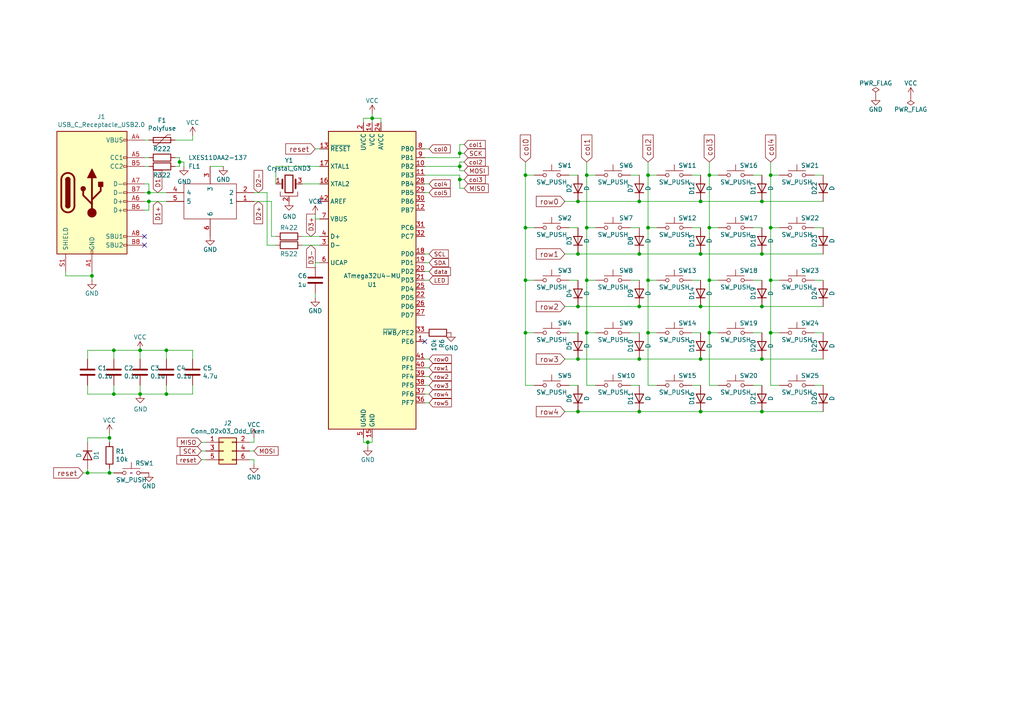
<source format=kicad_sch>
(kicad_sch (version 20211123) (generator eeschema)
  (paper "A4")
  (lib_symbols
    (symbol "Connector:USB_C_Receptacle_USB2.0" (pin_names (offset 1.016))
      (property "Reference" "J" (at -10.16 19.05 0))
      (property "Value" "USB_C_Receptacle_USB2.0" (at 19.05 19.05 0))
      (symbol "USB_C_Receptacle_USB2.0_0_0"
        (rectangle (start -0.254 -17.78) (end 0.254 -16.764))
        (rectangle (start 10.16 -14.986) (end 9.144 -15.494))
        (rectangle (start 10.16 -12.446) (end 9.144 -12.954))
        (rectangle (start 10.16 -4.826) (end 9.144 -5.334))
        (rectangle (start 10.16 -2.286) (end 9.144 -2.794))
        (rectangle (start 10.16 0.254) (end 9.144 -0.254))
        (rectangle (start 10.16 2.794) (end 9.144 2.286))
        (rectangle (start 10.16 7.874) (end 9.144 7.366))
        (rectangle (start 10.16 10.414) (end 9.144 9.906))
        (rectangle (start 10.16 15.494) (end 9.144 14.986))
      )
      (symbol "USB_C_Receptacle_USB2.0_0_1"
        (rectangle (start -10.16 17.78) (end 10.16 -17.78) (stroke (width 0.254)) (fill (type background)))
        (arc (start -8.89 -3.81) (mid -6.985 -5.715) (end -5.08 -3.81) (stroke (width 0.508)))
        (arc (start -7.62 -3.81) (mid -6.985 -4.445) (end -6.35 -3.81) (stroke (width 0.254)))
        (arc (start -7.62 -3.81) (mid -6.985 -4.445) (end -6.35 -3.81) (stroke (width 0.254)) (fill (type outline)))
        (rectangle (start -7.62 -3.81) (end -6.35 3.81) (stroke (width 0.254)) (fill (type outline)))
        (arc (start -6.35 3.81) (mid -6.985 4.445) (end -7.62 3.81) (stroke (width 0.254)))
        (arc (start -6.35 3.81) (mid -6.985 4.445) (end -7.62 3.81) (stroke (width 0.254)) (fill (type outline)))
        (arc (start -5.08 3.81) (mid -6.985 5.715) (end -8.89 3.81) (stroke (width 0.508)))
        (circle (center -2.54 1.143) (radius 0.635) (stroke (width 0.254)) (fill (type outline)))
        (circle (center 0 -5.842) (radius 1.27) (fill (type outline)))
        (polyline (pts (xy -8.89 -3.81) (xy -8.89 3.81)) (stroke (width 0.508)))
        (polyline (pts (xy -5.08 3.81) (xy -5.08 -3.81)) (stroke (width 0.508)))
        (polyline (pts (xy 0 -5.842) (xy 0 4.318)) (stroke (width 0.508)))
        (polyline (pts (xy 0 -3.302) (xy -2.54 -0.762) (xy -2.54 0.508)) (stroke (width 0.508)))
        (polyline (pts (xy 0 -2.032) (xy 2.54 0.508) (xy 2.54 1.778)) (stroke (width 0.508)))
        (polyline (pts (xy -1.27 4.318) (xy 0 6.858) (xy 1.27 4.318) (xy -1.27 4.318)) (stroke (width 0.254)) (fill (type outline)))
        (rectangle (start 1.905 1.778) (end 3.175 3.048) (stroke (width 0.254)) (fill (type outline)))
      )
      (symbol "USB_C_Receptacle_USB2.0_1_1"
        (pin passive line (at 0 -22.86 90) (length 5.08) (name "GND") (number "A1"))
        (pin passive line (at 0 -22.86 90) (length 5.08) hide (name "GND") (number "A12"))
        (pin passive line (at 15.24 15.24 180) (length 5.08) (name "VBUS") (number "A4"))
        (pin bidirectional line (at 15.24 10.16 180) (length 5.08) (name "CC1") (number "A5"))
        (pin bidirectional line (at 15.24 -2.54 180) (length 5.08) (name "D+") (number "A6"))
        (pin bidirectional line (at 15.24 2.54 180) (length 5.08) (name "D-") (number "A7"))
        (pin bidirectional line (at 15.24 -12.7 180) (length 5.08) (name "SBU1") (number "A8"))
        (pin passive line (at 15.24 15.24 180) (length 5.08) hide (name "VBUS") (number "A9"))
        (pin passive line (at 0 -22.86 90) (length 5.08) hide (name "GND") (number "B1"))
        (pin passive line (at 0 -22.86 90) (length 5.08) hide (name "GND") (number "B12"))
        (pin passive line (at 15.24 15.24 180) (length 5.08) hide (name "VBUS") (number "B4"))
        (pin bidirectional line (at 15.24 7.62 180) (length 5.08) (name "CC2") (number "B5"))
        (pin bidirectional line (at 15.24 -5.08 180) (length 5.08) (name "D+") (number "B6"))
        (pin bidirectional line (at 15.24 0 180) (length 5.08) (name "D-") (number "B7"))
        (pin bidirectional line (at 15.24 -15.24 180) (length 5.08) (name "SBU2") (number "B8"))
        (pin passive line (at 15.24 15.24 180) (length 5.08) hide (name "VBUS") (number "B9"))
        (pin passive line (at -7.62 -22.86 90) (length 5.08) (name "SHIELD") (number "S1"))
      )
    )
    (symbol "Connector_Generic:Conn_02x03_Odd_Even" (pin_names (offset 1.016) hide)
      (property "Reference" "J" (at 1.27 5.08 0))
      (property "Value" "Conn_02x03_Odd_Even" (at 1.27 -5.08 0))
      (symbol "Conn_02x03_Odd_Even_1_1"
        (rectangle (start -1.27 -2.413) (end 0 -2.667) (stroke (width 0.1524)))
        (rectangle (start -1.27 0.127) (end 0 -0.127) (stroke (width 0.1524)))
        (rectangle (start -1.27 2.667) (end 0 2.413) (stroke (width 0.1524)))
        (rectangle (start -1.27 3.81) (end 3.81 -3.81) (stroke (width 0.254)) (fill (type background)))
        (rectangle (start 3.81 -2.413) (end 2.54 -2.667) (stroke (width 0.1524)))
        (rectangle (start 3.81 0.127) (end 2.54 -0.127) (stroke (width 0.1524)))
        (rectangle (start 3.81 2.667) (end 2.54 2.413) (stroke (width 0.1524)))
        (pin passive line (at -5.08 2.54 0) (length 3.81) (name "Pin_1") (number "1"))
        (pin passive line (at 7.62 2.54 180) (length 3.81) (name "Pin_2") (number "2"))
        (pin passive line (at -5.08 0 0) (length 3.81) (name "Pin_3") (number "3"))
        (pin passive line (at 7.62 0 180) (length 3.81) (name "Pin_4") (number "4"))
        (pin passive line (at -5.08 -2.54 0) (length 3.81) (name "Pin_5") (number "5"))
        (pin passive line (at 7.62 -2.54 180) (length 3.81) (name "Pin_6") (number "6"))
      )
    )
    (symbol "Device:C" (pin_numbers hide) (pin_names (offset 0.254))
      (property "Reference" "C" (at 0.635 2.54 0))
      (property "Value" "C" (at 0.635 -2.54 0))
      (symbol "C_0_1"
        (polyline (pts (xy -2.032 -0.762) (xy 2.032 -0.762)) (stroke (width 0.508)))
        (polyline (pts (xy -2.032 0.762) (xy 2.032 0.762)) (stroke (width 0.508)))
      )
      (symbol "C_1_1"
        (pin passive line (at 0 3.81 270) (length 2.794) (name "~") (number "1"))
        (pin passive line (at 0 -3.81 90) (length 2.794) (name "~") (number "2"))
      )
    )
    (symbol "Device:Crystal_GND2" (pin_names (offset 1.016) hide)
      (property "Reference" "Y" (at 0 5.715 0))
      (property "Value" "Crystal_GND2" (at 0 3.81 0))
      (symbol "Crystal_GND2_0_1"
        (rectangle (start -1.143 2.54) (end 1.143 -2.54) (stroke (width 0.3048)))
        (polyline (pts (xy -2.54 0) (xy -1.905 0)))
        (polyline (pts (xy -1.905 -1.27) (xy -1.905 1.27)) (stroke (width 0.508)))
        (polyline (pts (xy 0 -3.81) (xy 0 -3.556)))
        (polyline (pts (xy 1.905 0) (xy 2.54 0)))
        (polyline (pts (xy 1.905 1.27) (xy 1.905 -1.27)) (stroke (width 0.508)))
        (polyline (pts (xy -2.54 -2.286) (xy -2.54 -3.556) (xy 2.54 -3.556) (xy 2.54 -2.286)))
      )
      (symbol "Crystal_GND2_1_1"
        (pin passive line (at -3.81 0 0) (length 1.27) (name "1") (number "1"))
        (pin passive line (at 0 -5.08 90) (length 1.27) (name "2") (number "2"))
        (pin passive line (at 3.81 0 180) (length 1.27) (name "3") (number "3"))
      )
    )
    (symbol "Device:D" (pin_numbers hide) (pin_names (offset 1.016) hide)
      (property "Reference" "D" (at 0 2.54 0))
      (property "Value" "D" (at 0 -2.54 0))
      (symbol "D_0_1"
        (polyline (pts (xy -1.27 1.27) (xy -1.27 -1.27)) (stroke (width 0.254)))
        (polyline (pts (xy 1.27 0) (xy -1.27 0)))
        (polyline (pts (xy 1.27 1.27) (xy 1.27 -1.27) (xy -1.27 0) (xy 1.27 1.27)) (stroke (width 0.254)))
      )
      (symbol "D_1_1"
        (pin passive line (at -3.81 0 0) (length 2.54) (name "K") (number "1"))
        (pin passive line (at 3.81 0 180) (length 2.54) (name "A") (number "2"))
      )
    )
    (symbol "Device:Polyfuse" (pin_numbers hide) (pin_names (offset 0))
      (property "Reference" "F" (at -2.54 0 90))
      (property "Value" "Polyfuse" (at 2.54 0 90))
      (symbol "Polyfuse_0_1"
        (rectangle (start -0.762 2.54) (end 0.762 -2.54) (stroke (width 0.254)))
        (polyline (pts (xy 0 2.54) (xy 0 -2.54)))
        (polyline (pts (xy -1.524 2.54) (xy -1.524 1.524) (xy 1.524 -1.524) (xy 1.524 -2.54)))
      )
      (symbol "Polyfuse_1_1"
        (pin passive line (at 0 3.81 270) (length 1.27) (name "~") (number "1"))
        (pin passive line (at 0 -3.81 90) (length 1.27) (name "~") (number "2"))
      )
    )
    (symbol "Device:R" (pin_numbers hide) (pin_names (offset 0))
      (property "Reference" "R" (at 2.032 0 90))
      (property "Value" "R" (at 0 0 90))
      (symbol "R_0_1"
        (rectangle (start -1.016 -2.54) (end 1.016 2.54) (stroke (width 0.254)))
      )
      (symbol "R_1_1"
        (pin passive line (at 0 3.81 270) (length 1.27) (name "~") (number "1"))
        (pin passive line (at 0 -3.81 90) (length 1.27) (name "~") (number "2"))
      )
    )
    (symbol "Switch:SW_Push" (pin_numbers hide) (pin_names (offset 1.016) hide)
      (property "Reference" "SW" (at 1.27 2.54 0))
      (property "Value" "SW_Push" (at 0 -1.524 0))
      (symbol "SW_Push_0_1"
        (circle (center -2.032 0) (radius 0.508))
        (polyline (pts (xy 0 1.27) (xy 0 3.048)))
        (polyline (pts (xy 2.54 1.27) (xy -2.54 1.27)))
        (circle (center 2.032 0) (radius 0.508))
        (pin passive line (at -5.08 0 0) (length 2.54) (name "1") (number "1"))
        (pin passive line (at 5.08 0 180) (length 2.54) (name "2") (number "2"))
      )
    )
    (symbol "deci-rescue:ATmega32U4RC-AU-MCU_Microchip_ATmega"
      (property "Reference" "U" (at -12.7 44.45 0))
      (property "Value" "ATmega32U4RC-AU-MCU_Microchip_ATmega" (at 2.54 -44.45 0))
      (symbol "ATmega32U4RC-AU-MCU_Microchip_ATmega_0_1"
        (rectangle (start -12.7 -43.18) (end 12.7 43.18) (stroke (width 0.254)) (fill (type background)))
      )
      (symbol "ATmega32U4RC-AU-MCU_Microchip_ATmega_1_1"
        (pin bidirectional line (at 15.24 -17.78 180) (length 2.54) (name "PE6") (number "1"))
        (pin bidirectional line (at 15.24 33.02 180) (length 2.54) (name "PB2") (number "10"))
        (pin bidirectional line (at 15.24 30.48 180) (length 2.54) (name "PB3") (number "11"))
        (pin bidirectional line (at 15.24 20.32 180) (length 2.54) (name "PB7") (number "12"))
        (pin input line (at -15.24 38.1 0) (length 2.54) (name "~{RESET}") (number "13"))
        (pin power_in line (at 0 45.72 270) (length 2.54) (name "VCC") (number "14"))
        (pin power_in line (at 0 -45.72 90) (length 2.54) (name "GND") (number "15"))
        (pin output line (at -15.24 27.94 0) (length 2.54) (name "XTAL2") (number "16"))
        (pin input line (at -15.24 33.02 0) (length 2.54) (name "XTAL1") (number "17"))
        (pin bidirectional line (at 15.24 7.62 180) (length 2.54) (name "PD0") (number "18"))
        (pin bidirectional line (at 15.24 5.08 180) (length 2.54) (name "PD1") (number "19"))
        (pin power_in line (at -2.54 45.72 270) (length 2.54) (name "UVCC") (number "2"))
        (pin bidirectional line (at 15.24 2.54 180) (length 2.54) (name "PD2") (number "20"))
        (pin bidirectional line (at 15.24 0 180) (length 2.54) (name "PD3") (number "21"))
        (pin bidirectional line (at 15.24 -5.08 180) (length 2.54) (name "PD5") (number "22"))
        (pin passive line (at 0 -45.72 90) (length 2.54) hide (name "GND") (number "23"))
        (pin power_in line (at 2.54 45.72 270) (length 2.54) (name "AVCC") (number "24"))
        (pin bidirectional line (at 15.24 -2.54 180) (length 2.54) (name "PD4") (number "25"))
        (pin bidirectional line (at 15.24 -7.62 180) (length 2.54) (name "PD6") (number "26"))
        (pin bidirectional line (at 15.24 -10.16 180) (length 2.54) (name "PD7") (number "27"))
        (pin bidirectional line (at 15.24 27.94 180) (length 2.54) (name "PB4") (number "28"))
        (pin bidirectional line (at 15.24 25.4 180) (length 2.54) (name "PB5") (number "29"))
        (pin bidirectional line (at -15.24 10.16 0) (length 2.54) (name "D-") (number "3"))
        (pin bidirectional line (at 15.24 22.86 180) (length 2.54) (name "PB6") (number "30"))
        (pin bidirectional line (at 15.24 15.24 180) (length 2.54) (name "PC6") (number "31"))
        (pin bidirectional line (at 15.24 12.7 180) (length 2.54) (name "PC7") (number "32"))
        (pin bidirectional line (at 15.24 -15.24 180) (length 2.54) (name "~{HWB}/PE2") (number "33"))
        (pin passive line (at 0 45.72 270) (length 2.54) hide (name "VCC") (number "34"))
        (pin passive line (at 0 -45.72 90) (length 2.54) hide (name "GND") (number "35"))
        (pin bidirectional line (at 15.24 -35.56 180) (length 2.54) (name "PF7") (number "36"))
        (pin bidirectional line (at 15.24 -33.02 180) (length 2.54) (name "PF6") (number "37"))
        (pin bidirectional line (at 15.24 -30.48 180) (length 2.54) (name "PF5") (number "38"))
        (pin bidirectional line (at 15.24 -27.94 180) (length 2.54) (name "PF4") (number "39"))
        (pin bidirectional line (at -15.24 12.7 0) (length 2.54) (name "D+") (number "4"))
        (pin bidirectional line (at 15.24 -25.4 180) (length 2.54) (name "PF1") (number "40"))
        (pin bidirectional line (at 15.24 -22.86 180) (length 2.54) (name "PF0") (number "41"))
        (pin passive line (at -15.24 22.86 0) (length 2.54) (name "AREF") (number "42"))
        (pin passive line (at 0 -45.72 90) (length 2.54) hide (name "GND") (number "43"))
        (pin passive line (at 2.54 45.72 270) (length 2.54) hide (name "AVCC") (number "44"))
        (pin passive line (at -2.54 -45.72 90) (length 2.54) (name "UGND") (number "5"))
        (pin passive line (at -15.24 5.08 0) (length 2.54) (name "UCAP") (number "6"))
        (pin input line (at -15.24 17.78 0) (length 2.54) (name "VBUS") (number "7"))
        (pin bidirectional line (at 15.24 38.1 180) (length 2.54) (name "PB0") (number "8"))
        (pin bidirectional line (at 15.24 35.56 180) (length 2.54) (name "PB1") (number "9"))
      )
    )
    (symbol "deci-rescue:LXES11DAA2-137-SAMACSYS" (pin_names (offset 0.762))
      (property "Reference" "FL" (at 16.51 12.7 0))
      (property "Value" "LXES11DAA2-137-SAMACSYS" (at 16.51 10.16 0))
      (symbol "LXES11DAA2-137-SAMACSYS_0_0"
        (pin passive line (at 10.16 12.7 270) (length 5.08) (name "1") (number "1"))
        (pin passive line (at 7.62 12.7 270) (length 5.08) (name "2") (number "2"))
        (pin passive line (at 0 0 0) (length 5.08) (name "3") (number "3"))
        (pin passive line (at 7.62 -12.7 90) (length 5.08) (name "4") (number "4"))
        (pin passive line (at 10.16 -12.7 90) (length 5.08) (name "5") (number "5"))
        (pin passive line (at 20.32 0 180) (length 5.08) (name "6") (number "6"))
      )
      (symbol "LXES11DAA2-137-SAMACSYS_0_1"
        (polyline (pts (xy 5.08 7.62) (xy 15.24 7.62) (xy 15.24 -7.62) (xy 5.08 -7.62) (xy 5.08 7.62)) (stroke (width 0.1524)))
      )
    )
    (symbol "power:GND" (power) (pin_names (offset 0))
      (property "Value" "GND" (at 0 -3.81 0))
      (symbol "GND_0_1"
        (polyline (pts (xy 0 0) (xy 0 -1.27) (xy 1.27 -1.27) (xy 0 -2.54) (xy -1.27 -1.27) (xy 0 -1.27)))
      )
      (symbol "GND_1_1"
        (pin power_in line (at 0 0 270) (length 0) hide (name "GND") (number "1"))
      )
    )
    (symbol "power:PWR_FLAG" (power) (pin_numbers hide) (pin_names (offset 0) hide)
      (property "Value" "PWR_FLAG" (at 0 3.81 0))
      (symbol "PWR_FLAG_0_0"
        (pin power_out line (at 0 0 90) (length 0) (name "pwr") (number "1"))
      )
      (symbol "PWR_FLAG_0_1"
        (polyline (pts (xy 0 0) (xy 0 1.27) (xy -1.016 1.905) (xy 0 2.54) (xy 1.016 1.905) (xy 0 1.27)))
      )
    )
    (symbol "power:VCC" (power) (pin_names (offset 0))
      (property "Value" "VCC" (at 0 3.81 0))
      (symbol "VCC_0_1"
        (polyline (pts (xy -0.762 1.27) (xy 0 2.54)))
        (polyline (pts (xy 0 0) (xy 0 2.54)))
        (polyline (pts (xy 0 2.54) (xy 0.762 1.27)))
      )
      (symbol "VCC_1_1"
        (pin power_in line (at 0 0 90) (length 0) hide (name "VCC") (number "1"))
      )
    )
  )
  (junction (at 185.42 88.9))
  (junction (at 152.4 66.04))
  (junction (at 220.98 104.14))
  (junction (at 187.96 96.52))
  (junction (at 31.75 137.16))
  (junction (at 203.2 73.66))
  (junction (at 107.95 34.29))
  (junction (at 220.98 58.42))
  (junction (at 170.18 66.04))
  (junction (at 133.35 52.07))
  (junction (at 185.42 73.66))
  (junction (at 223.52 81.28))
  (junction (at 40.64 114.3))
  (junction (at 33.02 101.6))
  (junction (at 43.18 55.88))
  (junction (at 187.96 66.04))
  (junction (at 185.42 104.14))
  (junction (at 33.02 114.3))
  (junction (at 52.07 46.99))
  (junction (at 185.42 119.38))
  (junction (at 220.98 88.9))
  (junction (at 205.74 50.8))
  (junction (at 205.74 81.28))
  (junction (at 167.64 58.42))
  (junction (at 167.64 88.9))
  (junction (at 152.4 50.8))
  (junction (at 152.4 96.52))
  (junction (at 223.52 50.8))
  (junction (at 48.26 101.6))
  (junction (at 220.98 119.38))
  (junction (at 43.18 58.42))
  (junction (at 133.35 44.45))
  (junction (at 106.68 128.27))
  (junction (at 133.35 48.26))
  (junction (at 187.96 81.28))
  (junction (at 205.74 66.04))
  (junction (at 31.75 127))
  (junction (at 203.2 58.42))
  (junction (at 205.74 96.52))
  (junction (at 170.18 81.28))
  (junction (at 167.64 73.66))
  (junction (at 203.2 104.14))
  (junction (at 40.64 101.6))
  (junction (at 26.67 80.01))
  (junction (at 203.2 88.9))
  (junction (at 223.52 96.52))
  (junction (at 185.42 58.42))
  (junction (at 48.26 114.3))
  (junction (at 187.96 50.8))
  (junction (at 152.4 81.28))
  (junction (at 223.52 66.04))
  (junction (at 25.4 137.16))
  (junction (at 203.2 119.38))
  (junction (at 167.64 104.14))
  (junction (at 170.18 50.8))
  (junction (at 170.18 96.52))
  (junction (at 220.98 73.66))
  (junction (at 167.64 119.38))
  (no_connect (at 41.91 68.58))
  (no_connect (at 41.91 71.12))
  (no_connect (at 92.71 58.42))
  (no_connect (at 123.19 99.06))
  (wire (pts (xy 19.05 80.01) (xy 26.67 80.01)))
  (wire (pts (xy 208.28 66.04) (xy 205.74 66.04)))
  (wire (pts (xy 172.72 96.52) (xy 170.18 96.52)))
  (wire (pts (xy 182.88 111.76) (xy 185.42 111.76)))
  (wire (pts (xy 31.75 127) (xy 31.75 125.73)))
  (wire (pts (xy 220.98 88.9) (xy 238.76 88.9)))
  (wire (pts (xy 218.44 66.04) (xy 220.98 66.04)))
  (wire (pts (xy 165.1 81.28) (xy 167.64 81.28)))
  (wire (pts (xy 40.64 111.76) (xy 40.64 114.3)))
  (wire (pts (xy 43.18 58.42) (xy 41.91 58.42)))
  (wire (pts (xy 220.98 73.66) (xy 238.76 73.66)))
  (wire (pts (xy 218.44 96.52) (xy 220.98 96.52)))
  (wire (pts (xy 80.01 48.26) (xy 92.71 48.26)))
  (wire (pts (xy 190.5 96.52) (xy 187.96 96.52)))
  (wire (pts (xy 170.18 81.28) (xy 172.72 81.28)))
  (wire (pts (xy 182.88 96.52) (xy 185.42 96.52)))
  (wire (pts (xy 133.35 49.53) (xy 134.62 49.53)))
  (wire (pts (xy 203.2 73.66) (xy 220.98 73.66)))
  (wire (pts (xy 123.19 114.3) (xy 124.46 114.3)))
  (wire (pts (xy 107.95 34.29) (xy 107.95 35.56)))
  (wire (pts (xy 78.74 58.42) (xy 78.74 68.58)))
  (wire (pts (xy 203.2 104.14) (xy 220.98 104.14)))
  (wire (pts (xy 205.74 50.8) (xy 205.74 66.04)))
  (wire (pts (xy 167.64 73.66) (xy 185.42 73.66)))
  (wire (pts (xy 123.19 43.18) (xy 124.46 43.18)))
  (wire (pts (xy 167.64 104.14) (xy 185.42 104.14)))
  (wire (pts (xy 185.42 119.38) (xy 203.2 119.38)))
  (wire (pts (xy 55.88 111.76) (xy 55.88 114.3)))
  (wire (pts (xy 154.94 66.04) (xy 152.4 66.04)))
  (wire (pts (xy 123.19 50.8) (xy 133.35 50.8)))
  (wire (pts (xy 25.4 127) (xy 31.75 127)))
  (wire (pts (xy 133.35 48.26) (xy 133.35 49.53)))
  (wire (pts (xy 19.05 78.74) (xy 19.05 80.01)))
  (wire (pts (xy 185.42 88.9) (xy 203.2 88.9)))
  (wire (pts (xy 123.19 73.66) (xy 124.46 73.66)))
  (wire (pts (xy 223.52 111.76) (xy 226.06 111.76)))
  (wire (pts (xy 72.39 128.27) (xy 73.66 128.27)))
  (wire (pts (xy 205.74 81.28) (xy 208.28 81.28)))
  (wire (pts (xy 91.44 43.18) (xy 92.71 43.18)))
  (wire (pts (xy 87.63 53.34) (xy 92.71 53.34)))
  (wire (pts (xy 170.18 50.8) (xy 172.72 50.8)))
  (wire (pts (xy 163.83 58.42) (xy 167.64 58.42)))
  (wire (pts (xy 25.4 104.14) (xy 25.4 101.6)))
  (wire (pts (xy 236.22 50.8) (xy 238.76 50.8)))
  (wire (pts (xy 91.44 85.09) (xy 91.44 86.36)))
  (wire (pts (xy 52.07 45.72) (xy 52.07 46.99)))
  (wire (pts (xy 33.02 104.14) (xy 33.02 101.6)))
  (wire (pts (xy 220.98 119.38) (xy 238.76 119.38)))
  (wire (pts (xy 91.44 63.5) (xy 92.71 63.5)))
  (wire (pts (xy 33.02 114.3) (xy 40.64 114.3)))
  (wire (pts (xy 170.18 111.76) (xy 172.72 111.76)))
  (wire (pts (xy 26.67 80.01) (xy 26.67 81.28)))
  (wire (pts (xy 48.26 101.6) (xy 48.26 104.14)))
  (wire (pts (xy 170.18 46.99) (xy 170.18 50.8)))
  (wire (pts (xy 123.19 104.14) (xy 124.46 104.14)))
  (wire (pts (xy 187.96 111.76) (xy 190.5 111.76)))
  (wire (pts (xy 203.2 66.04) (xy 200.66 66.04)))
  (wire (pts (xy 52.07 46.99) (xy 53.34 46.99)))
  (wire (pts (xy 205.74 50.8) (xy 208.28 50.8)))
  (wire (pts (xy 218.44 81.28) (xy 220.98 81.28)))
  (wire (pts (xy 73.66 55.88) (xy 77.47 55.88)))
  (wire (pts (xy 43.18 53.34) (xy 43.18 55.88)))
  (wire (pts (xy 203.2 88.9) (xy 220.98 88.9)))
  (wire (pts (xy 200.66 50.8) (xy 203.2 50.8)))
  (wire (pts (xy 165.1 96.52) (xy 167.64 96.52)))
  (wire (pts (xy 236.22 81.28) (xy 238.76 81.28)))
  (wire (pts (xy 124.46 111.76) (xy 123.19 111.76)))
  (wire (pts (xy 123.19 48.26) (xy 133.35 48.26)))
  (wire (pts (xy 203.2 96.52) (xy 200.66 96.52)))
  (wire (pts (xy 236.22 66.04) (xy 238.76 66.04)))
  (wire (pts (xy 185.42 104.14) (xy 203.2 104.14)))
  (wire (pts (xy 41.91 53.34) (xy 43.18 53.34)))
  (wire (pts (xy 55.88 101.6) (xy 48.26 101.6)))
  (wire (pts (xy 187.96 50.8) (xy 187.96 66.04)))
  (wire (pts (xy 48.26 111.76) (xy 48.26 114.3)))
  (wire (pts (xy 91.44 63.5) (xy 91.44 62.23)))
  (wire (pts (xy 52.07 46.99) (xy 52.07 48.26)))
  (wire (pts (xy 133.35 50.8) (xy 133.35 52.07)))
  (wire (pts (xy 172.72 66.04) (xy 170.18 66.04)))
  (wire (pts (xy 105.41 34.29) (xy 107.95 34.29)))
  (wire (pts (xy 205.74 96.52) (xy 205.74 111.76)))
  (wire (pts (xy 25.4 137.16) (xy 31.75 137.16)))
  (wire (pts (xy 55.88 101.6) (xy 55.88 104.14)))
  (wire (pts (xy 123.19 45.72) (xy 133.35 45.72)))
  (wire (pts (xy 123.19 76.2) (xy 124.46 76.2)))
  (wire (pts (xy 105.41 128.27) (xy 106.68 128.27)))
  (wire (pts (xy 123.19 55.88) (xy 124.46 55.88)))
  (wire (pts (xy 167.64 58.42) (xy 185.42 58.42)))
  (wire (pts (xy 134.62 46.99) (xy 133.35 46.99)))
  (wire (pts (xy 208.28 96.52) (xy 205.74 96.52)))
  (wire (pts (xy 165.1 66.04) (xy 167.64 66.04)))
  (wire (pts (xy 41.91 40.64) (xy 43.18 40.64)))
  (wire (pts (xy 167.64 111.76) (xy 165.1 111.76)))
  (wire (pts (xy 25.4 111.76) (xy 25.4 114.3)))
  (wire (pts (xy 77.47 55.88) (xy 77.47 71.12)))
  (wire (pts (xy 133.35 46.99) (xy 133.35 48.26)))
  (wire (pts (xy 152.4 46.99) (xy 152.4 50.8)))
  (wire (pts (xy 107.95 34.29) (xy 107.95 33.02)))
  (wire (pts (xy 77.47 71.12) (xy 80.01 71.12)))
  (wire (pts (xy 152.4 50.8) (xy 154.94 50.8)))
  (wire (pts (xy 182.88 66.04) (xy 185.42 66.04)))
  (wire (pts (xy 200.66 111.76) (xy 203.2 111.76)))
  (wire (pts (xy 25.4 128.27) (xy 25.4 127)))
  (wire (pts (xy 73.66 133.35) (xy 73.66 134.62)))
  (wire (pts (xy 152.4 81.28) (xy 152.4 96.52)))
  (wire (pts (xy 92.71 68.58) (xy 87.63 68.58)))
  (wire (pts (xy 25.4 101.6) (xy 33.02 101.6)))
  (wire (pts (xy 134.62 52.07) (xy 133.35 52.07)))
  (wire (pts (xy 53.34 46.99) (xy 53.34 48.26)))
  (wire (pts (xy 133.35 44.45) (xy 133.35 41.91)))
  (wire (pts (xy 48.26 114.3) (xy 55.88 114.3)))
  (wire (pts (xy 152.4 96.52) (xy 152.4 111.76)))
  (wire (pts (xy 110.49 34.29) (xy 110.49 35.56)))
  (wire (pts (xy 123.19 78.74) (xy 124.46 78.74)))
  (wire (pts (xy 26.67 78.74) (xy 26.67 80.01)))
  (wire (pts (xy 72.39 130.81) (xy 73.66 130.81)))
  (wire (pts (xy 40.64 114.3) (xy 48.26 114.3)))
  (wire (pts (xy 73.66 128.27) (xy 73.66 127)))
  (wire (pts (xy 58.42 128.27) (xy 59.69 128.27)))
  (wire (pts (xy 163.83 119.38) (xy 167.64 119.38)))
  (wire (pts (xy 52.07 48.26) (xy 50.8 48.26)))
  (wire (pts (xy 31.75 137.16) (xy 33.02 137.16)))
  (wire (pts (xy 236.22 96.52) (xy 238.76 96.52)))
  (wire (pts (xy 105.41 127) (xy 105.41 128.27)))
  (wire (pts (xy 220.98 58.42) (xy 238.76 58.42)))
  (wire (pts (xy 73.66 58.42) (xy 78.74 58.42)))
  (wire (pts (xy 41.91 60.96) (xy 43.18 60.96)))
  (wire (pts (xy 80.01 68.58) (xy 78.74 68.58)))
  (wire (pts (xy 133.35 41.91) (xy 134.62 41.91)))
  (wire (pts (xy 185.42 58.42) (xy 203.2 58.42)))
  (wire (pts (xy 107.95 128.27) (xy 107.95 127)))
  (wire (pts (xy 123.19 109.22) (xy 124.46 109.22)))
  (wire (pts (xy 182.88 81.28) (xy 185.42 81.28)))
  (wire (pts (xy 205.74 81.28) (xy 205.74 96.52)))
  (wire (pts (xy 72.39 133.35) (xy 73.66 133.35)))
  (wire (pts (xy 205.74 46.99) (xy 205.74 50.8)))
  (wire (pts (xy 24.13 137.16) (xy 25.4 137.16)))
  (wire (pts (xy 152.4 66.04) (xy 152.4 81.28)))
  (wire (pts (xy 43.18 45.72) (xy 41.91 45.72)))
  (wire (pts (xy 163.83 88.9) (xy 167.64 88.9)))
  (wire (pts (xy 133.35 52.07) (xy 133.35 54.61)))
  (wire (pts (xy 154.94 96.52) (xy 152.4 96.52)))
  (wire (pts (xy 203.2 119.38) (xy 220.98 119.38)))
  (wire (pts (xy 31.75 135.89) (xy 31.75 137.16)))
  (wire (pts (xy 50.8 40.64) (xy 55.88 40.64)))
  (wire (pts (xy 205.74 66.04) (xy 205.74 81.28)))
  (wire (pts (xy 223.52 50.8) (xy 226.06 50.8)))
  (wire (pts (xy 163.83 104.14) (xy 167.64 104.14)))
  (wire (pts (xy 133.35 45.72) (xy 133.35 44.45)))
  (wire (pts (xy 187.96 81.28) (xy 187.96 96.52)))
  (wire (pts (xy 218.44 111.76) (xy 220.98 111.76)))
  (wire (pts (xy 152.4 81.28) (xy 154.94 81.28)))
  (wire (pts (xy 190.5 66.04) (xy 187.96 66.04)))
  (wire (pts (xy 187.96 81.28) (xy 190.5 81.28)))
  (wire (pts (xy 33.02 111.76) (xy 33.02 114.3)))
  (wire (pts (xy 218.44 50.8) (xy 220.98 50.8)))
  (wire (pts (xy 43.18 58.42) (xy 48.26 58.42)))
  (wire (pts (xy 123.19 116.84) (xy 124.46 116.84)))
  (wire (pts (xy 25.4 135.89) (xy 25.4 137.16)))
  (wire (pts (xy 182.88 50.8) (xy 185.42 50.8)))
  (wire (pts (xy 107.95 34.29) (xy 110.49 34.29)))
  (wire (pts (xy 200.66 81.28) (xy 203.2 81.28)))
  (wire (pts (xy 133.35 54.61) (xy 134.62 54.61)))
  (wire (pts (xy 170.18 66.04) (xy 170.18 81.28)))
  (wire (pts (xy 41.91 55.88) (xy 43.18 55.88)))
  (wire (pts (xy 163.83 73.66) (xy 167.64 73.66)))
  (wire (pts (xy 223.52 66.04) (xy 223.52 81.28)))
  (wire (pts (xy 133.35 44.45) (xy 134.62 44.45)))
  (wire (pts (xy 55.88 40.64) (xy 55.88 39.37)))
  (wire (pts (xy 226.06 96.52) (xy 223.52 96.52)))
  (wire (pts (xy 170.18 50.8) (xy 170.18 66.04)))
  (wire (pts (xy 223.52 81.28) (xy 226.06 81.28)))
  (wire (pts (xy 167.64 119.38) (xy 185.42 119.38)))
  (wire (pts (xy 203.2 58.42) (xy 220.98 58.42)))
  (wire (pts (xy 152.4 50.8) (xy 152.4 66.04)))
  (wire (pts (xy 187.96 50.8) (xy 190.5 50.8)))
  (wire (pts (xy 236.22 111.76) (xy 238.76 111.76)))
  (wire (pts (xy 43.18 55.88) (xy 48.26 55.88)))
  (wire (pts (xy 40.64 101.6) (xy 48.26 101.6)))
  (wire (pts (xy 43.18 48.26) (xy 41.91 48.26)))
  (wire (pts (xy 58.42 133.35) (xy 59.69 133.35)))
  (wire (pts (xy 187.96 46.99) (xy 187.96 50.8)))
  (wire (pts (xy 223.52 46.99) (xy 223.52 50.8)))
  (wire (pts (xy 106.68 128.27) (xy 107.95 128.27)))
  (wire (pts (xy 223.52 96.52) (xy 223.52 111.76)))
  (wire (pts (xy 80.01 48.26) (xy 80.01 53.34)))
  (wire (pts (xy 223.52 50.8) (xy 223.52 66.04)))
  (wire (pts (xy 92.71 76.2) (xy 91.44 76.2)))
  (wire (pts (xy 154.94 111.76) (xy 152.4 111.76)))
  (wire (pts (xy 223.52 81.28) (xy 223.52 96.52)))
  (wire (pts (xy 50.8 45.72) (xy 52.07 45.72)))
  (wire (pts (xy 220.98 104.14) (xy 238.76 104.14)))
  (wire (pts (xy 123.19 81.28) (xy 124.46 81.28)))
  (wire (pts (xy 33.02 101.6) (xy 40.64 101.6)))
  (wire (pts (xy 165.1 50.8) (xy 167.64 50.8)))
  (wire (pts (xy 123.19 53.34) (xy 124.46 53.34)))
  (wire (pts (xy 185.42 73.66) (xy 203.2 73.66)))
  (wire (pts (xy 60.96 48.26) (xy 64.77 48.26)))
  (wire (pts (xy 123.19 106.68) (xy 124.46 106.68)))
  (wire (pts (xy 87.63 71.12) (xy 92.71 71.12)))
  (wire (pts (xy 170.18 96.52) (xy 170.18 111.76)))
  (wire (pts (xy 167.64 88.9) (xy 185.42 88.9)))
  (wire (pts (xy 31.75 127) (xy 31.75 128.27)))
  (wire (pts (xy 226.06 66.04) (xy 223.52 66.04)))
  (wire (pts (xy 106.68 128.27) (xy 106.68 129.54)))
  (wire (pts (xy 105.41 35.56) (xy 105.41 34.29)))
  (wire (pts (xy 187.96 111.76) (xy 187.96 96.52)))
  (wire (pts (xy 187.96 66.04) (xy 187.96 81.28)))
  (wire (pts (xy 91.44 76.2) (xy 91.44 77.47)))
  (wire (pts (xy 25.4 114.3) (xy 33.02 114.3)))
  (wire (pts (xy 205.74 111.76) (xy 208.28 111.76)))
  (wire (pts (xy 58.42 130.81) (xy 59.69 130.81)))
  (wire (pts (xy 43.18 60.96) (xy 43.18 58.42)))
  (wire (pts (xy 170.18 81.28) (xy 170.18 96.52)))
  (wire (pts (xy 40.64 104.14) (xy 40.64 101.6)))
  (global_label "D2+" (shape input) (at 74.93 58.42 270) (property "Intersheet References" "${INTERSHEET_REFS}" (effects hide)))
  (global_label "reset" (shape input) (at 58.42 133.35 180) (property "Intersheet References" "${INTERSHEET_REFS}" (effects hide)))
  (global_label "row2" (shape input) (at 124.46 109.22 0) (effects (font (size 1.1938 1.1938))) (property "Intersheet References" "${INTERSHEET_REFS}" (effects hide)))
  (global_label "col1" (shape input) (at 134.62 41.91 0) (effects (font (size 1.1938 1.1938))) (property "Intersheet References" "${INTERSHEET_REFS}" (effects hide)))
  (global_label "reset" (shape input) (at 24.13 137.16 180) (effects (font (size 1.524 1.524))) (property "Intersheet References" "${INTERSHEET_REFS}" (effects hide)))
  (global_label "col3" (shape input) (at 134.62 52.07 0) (effects (font (size 1.1938 1.1938))) (property "Intersheet References" "${INTERSHEET_REFS}" (effects hide)))
  (global_label "D1-" (shape input) (at 45.72 55.88 90) (property "Intersheet References" "${INTERSHEET_REFS}" (effects hide)))
  (global_label "data" (shape input) (at 124.46 78.74 0) (effects (font (size 1.1938 1.1938))) (property "Intersheet References" "${INTERSHEET_REFS}" (effects hide)))
  (global_label "MOSI" (shape input) (at 134.62 49.53 0) (property "Intersheet References" "${INTERSHEET_REFS}" (effects hide)))
  (global_label "col2" (shape input) (at 134.62 46.99 0) (effects (font (size 1.1938 1.1938))) (property "Intersheet References" "${INTERSHEET_REFS}" (effects hide)))
  (global_label "row0" (shape input) (at 124.46 104.14 0) (effects (font (size 1.1938 1.1938))) (property "Intersheet References" "${INTERSHEET_REFS}" (effects hide)))
  (global_label "MISO" (shape input) (at 58.42 128.27 180) (property "Intersheet References" "${INTERSHEET_REFS}" (effects hide)))
  (global_label "reset" (shape input) (at 91.44 43.18 180) (effects (font (size 1.524 1.524))) (property "Intersheet References" "${INTERSHEET_REFS}" (effects hide)))
  (global_label "row1" (shape input) (at 163.83 73.66 180) (effects (font (size 1.524 1.524))) (property "Intersheet References" "${INTERSHEET_REFS}" (effects hide)))
  (global_label "SCK" (shape input) (at 58.42 130.81 180) (property "Intersheet References" "${INTERSHEET_REFS}" (effects hide)))
  (global_label "col1" (shape input) (at 170.18 46.99 90) (effects (font (size 1.524 1.524))) (property "Intersheet References" "${INTERSHEET_REFS}" (effects hide)))
  (global_label "col5" (shape input) (at 124.46 55.88 0) (effects (font (size 1.1938 1.1938))) (property "Intersheet References" "${INTERSHEET_REFS}" (effects hide)))
  (global_label "col4" (shape input) (at 124.46 53.34 0) (effects (font (size 1.1938 1.1938))) (property "Intersheet References" "${INTERSHEET_REFS}" (effects hide)))
  (global_label "D2-" (shape input) (at 74.93 55.88 90) (property "Intersheet References" "${INTERSHEET_REFS}" (effects hide)))
  (global_label "MOSI" (shape input) (at 73.66 130.81 0) (property "Intersheet References" "${INTERSHEET_REFS}" (effects hide)))
  (global_label "row5" (shape input) (at 124.46 116.84 0) (effects (font (size 1.1938 1.1938))) (property "Intersheet References" "${INTERSHEET_REFS}" (effects hide)))
  (global_label "SDA" (shape input) (at 124.46 76.2 0) (effects (font (size 1.1938 1.1938))) (property "Intersheet References" "${INTERSHEET_REFS}" (effects hide)))
  (global_label "col0" (shape input) (at 124.46 43.18 0) (effects (font (size 1.1938 1.1938))) (property "Intersheet References" "${INTERSHEET_REFS}" (effects hide)))
  (global_label "SCK" (shape input) (at 134.62 44.45 0) (property "Intersheet References" "${INTERSHEET_REFS}" (effects hide)))
  (global_label "row1" (shape input) (at 124.46 106.68 0) (effects (font (size 1.1938 1.1938))) (property "Intersheet References" "${INTERSHEET_REFS}" (effects hide)))
  (global_label "row4" (shape input) (at 163.83 119.38 180) (effects (font (size 1.524 1.524))) (property "Intersheet References" "${INTERSHEET_REFS}" (effects hide)))
  (global_label "row3" (shape input) (at 124.46 111.76 0) (effects (font (size 1.1938 1.1938))) (property "Intersheet References" "${INTERSHEET_REFS}" (effects hide)))
  (global_label "LED" (shape input) (at 124.46 81.28 0) (effects (font (size 1.1938 1.1938))) (property "Intersheet References" "${INTERSHEET_REFS}" (effects hide)))
  (global_label "MISO" (shape input) (at 134.62 54.61 0) (property "Intersheet References" "${INTERSHEET_REFS}" (effects hide)))
  (global_label "col0" (shape input) (at 152.4 46.99 90) (effects (font (size 1.524 1.524))) (property "Intersheet References" "${INTERSHEET_REFS}" (effects hide)))
  (global_label "row3" (shape input) (at 163.83 104.14 180) (effects (font (size 1.524 1.524))) (property "Intersheet References" "${INTERSHEET_REFS}" (effects hide)))
  (global_label "row2" (shape input) (at 163.83 88.9 180) (effects (font (size 1.524 1.524))) (property "Intersheet References" "${INTERSHEET_REFS}" (effects hide)))
  (global_label "row4" (shape input) (at 124.46 114.3 0) (effects (font (size 1.1938 1.1938))) (property "Intersheet References" "${INTERSHEET_REFS}" (effects hide)))
  (global_label "D3-" (shape input) (at 90.17 71.12 270) (property "Intersheet References" "${INTERSHEET_REFS}" (effects hide)))
  (global_label "SCL" (shape input) (at 124.46 73.66 0) (effects (font (size 1.1938 1.1938))) (property "Intersheet References" "${INTERSHEET_REFS}" (effects hide)))
  (global_label "col3" (shape input) (at 205.74 46.99 90) (effects (font (size 1.524 1.524))) (property "Intersheet References" "${INTERSHEET_REFS}" (effects hide)))
  (global_label "col4" (shape input) (at 223.52 46.99 90) (effects (font (size 1.524 1.524))) (property "Intersheet References" "${INTERSHEET_REFS}" (effects hide)))
  (global_label "D3+" (shape input) (at 90.17 68.58 90) (property "Intersheet References" "${INTERSHEET_REFS}" (effects hide)))
  (global_label "row0" (shape input) (at 163.83 58.42 180) (effects (font (size 1.524 1.524))) (property "Intersheet References" "${INTERSHEET_REFS}" (effects hide)))
  (global_label "D1+" (shape input) (at 45.72 58.42 270) (property "Intersheet References" "${INTERSHEET_REFS}" (effects hide)))
  (global_label "col2" (shape input) (at 187.96 46.99 90) (effects (font (size 1.524 1.524))) (property "Intersheet References" "${INTERSHEET_REFS}" (effects hide)))
  (symbol (lib_id "Switch:SW_Push") (at 177.8 50.8 0) (unit 1)
    (property "Reference" "SW6" (at 181.61 48.006 0))
    (property "Value" "SW_PUSH" (at 177.8 52.832 0))
    (property "Footprint" "Button_Switch_Keyboard:SW_Cherry_MX_1.00u_PCB" (effects hide))
  )
  (symbol (lib_id "Device:D") (at 185.42 54.61 90) (unit 1)
    (property "Reference" "D7" (at 182.88 54.61 0))
    (property "Value" "D" (at 187.96 54.61 0))
    (property "Footprint" "Diode_SMD:D_SOD-123" (effects hide))
  )
  (symbol (lib_id "Switch:SW_Push") (at 195.58 50.8 0) (unit 1)
    (property "Reference" "SW11" (at 199.39 48.006 0))
    (property "Value" "SW_PUSH" (at 195.58 52.832 0))
    (property "Footprint" "Button_Switch_Keyboard:SW_Cherry_MX_1.00u_PCB" (effects hide))
  )
  (symbol (lib_id "Device:D") (at 203.2 54.61 90) (unit 1)
    (property "Reference" "D12" (at 200.66 54.61 0))
    (property "Value" "D" (at 205.74 54.61 0))
    (property "Footprint" "Diode_SMD:D_SOD-123" (effects hide))
  )
  (symbol (lib_id "Switch:SW_Push") (at 213.36 50.8 0) (unit 1)
    (property "Reference" "SW16" (at 217.17 48.006 0))
    (property "Value" "SW_PUSH" (at 213.36 52.832 0))
    (property "Footprint" "Button_Switch_Keyboard:SW_Cherry_MX_1.00u_PCB" (effects hide))
  )
  (symbol (lib_id "Switch:SW_Push") (at 231.14 50.8 0) (unit 1)
    (property "Reference" "SW21" (at 234.95 48.006 0))
    (property "Value" "SW_PUSH" (at 231.14 52.832 0))
    (property "Footprint" "Button_Switch_Keyboard:SW_Cherry_MX_1.00u_PCB" (effects hide))
  )
  (symbol (lib_id "Device:D") (at 220.98 54.61 90) (unit 1)
    (property "Reference" "D17" (at 218.44 54.61 0))
    (property "Value" "D" (at 223.52 54.61 0))
    (property "Footprint" "Diode_SMD:D_SOD-123" (effects hide))
  )
  (symbol (lib_id "Device:D") (at 238.76 54.61 90) (unit 1)
    (property "Reference" "D22" (at 236.22 54.61 0))
    (property "Value" "D" (at 241.3 54.61 0))
    (property "Footprint" "Diode_SMD:D_SOD-123" (effects hide))
  )
  (symbol (lib_id "Device:D") (at 185.42 69.85 90) (unit 1)
    (property "Reference" "D8" (at 182.88 69.85 0))
    (property "Value" "D" (at 187.96 69.85 0))
    (property "Footprint" "Diode_SMD:D_SOD-123" (effects hide))
  )
  (symbol (lib_id "Switch:SW_Push") (at 195.58 66.04 0) (unit 1)
    (property "Reference" "SW12" (at 199.39 63.246 0))
    (property "Value" "SW_PUSH" (at 195.58 68.072 0))
    (property "Footprint" "Button_Switch_Keyboard:SW_Cherry_MX_1.00u_PCB" (effects hide))
  )
  (symbol (lib_id "Device:D") (at 203.2 69.85 90) (unit 1)
    (property "Reference" "D13" (at 200.66 69.85 0))
    (property "Value" "D" (at 205.74 69.85 0))
    (property "Footprint" "Diode_SMD:D_SOD-123" (effects hide))
  )
  (symbol (lib_id "Switch:SW_Push") (at 213.36 66.04 0) (unit 1)
    (property "Reference" "SW17" (at 217.17 63.246 0))
    (property "Value" "SW_PUSH" (at 213.36 68.072 0))
    (property "Footprint" "Button_Switch_Keyboard:SW_Cherry_MX_1.00u_PCB" (effects hide))
  )
  (symbol (lib_id "Switch:SW_Push") (at 231.14 66.04 0) (unit 1)
    (property "Reference" "SW22" (at 234.95 63.246 0))
    (property "Value" "SW_PUSH" (at 231.14 68.072 0))
    (property "Footprint" "Button_Switch_Keyboard:SW_Cherry_MX_1.00u_PCB" (effects hide))
  )
  (symbol (lib_id "Device:D") (at 220.98 69.85 90) (unit 1)
    (property "Reference" "D18" (at 218.44 69.85 0))
    (property "Value" "D" (at 223.52 69.85 0))
    (property "Footprint" "Diode_SMD:D_SOD-123" (effects hide))
  )
  (symbol (lib_id "Device:D") (at 238.76 69.85 90) (unit 1)
    (property "Reference" "D23" (at 236.22 69.85 0))
    (property "Value" "D" (at 241.3 69.85 0))
    (property "Footprint" "Diode_SMD:D_SOD-123" (effects hide))
  )
  (symbol (lib_id "Switch:SW_Push") (at 160.02 66.04 0) (unit 1)
    (property "Reference" "SW2" (at 163.83 63.246 0))
    (property "Value" "SW_PUSH" (at 160.02 68.072 0))
    (property "Footprint" "Button_Switch_Keyboard:SW_Cherry_MX_1.00u_PCB" (effects hide))
  )
  (symbol (lib_id "Device:D") (at 167.64 69.85 90) (unit 1)
    (property "Reference" "D3" (at 165.1 69.85 0))
    (property "Value" "D" (at 170.18 69.85 0))
    (property "Footprint" "Diode_SMD:D_SOD-123" (effects hide))
  )
  (symbol (lib_id "Switch:SW_Push") (at 177.8 111.76 0) (unit 1)
    (property "Reference" "SW10" (at 181.61 108.966 0))
    (property "Value" "SW_PUSH" (at 177.8 113.792 0))
    (property "Footprint" "Button_Switch_Keyboard:SW_Cherry_MX_1.00u_PCB" (effects hide))
  )
  (symbol (lib_id "Device:D") (at 185.42 115.57 90) (unit 1)
    (property "Reference" "D11" (at 182.88 115.57 0))
    (property "Value" "D" (at 187.96 115.57 0))
    (property "Footprint" "Diode_SMD:D_SOD-123" (effects hide))
  )
  (symbol (lib_id "Switch:SW_Push") (at 195.58 111.76 0) (unit 1)
    (property "Reference" "SW15" (at 199.39 108.966 0))
    (property "Value" "SW_PUSH" (at 195.58 113.792 0))
    (property "Footprint" "Button_Switch_Keyboard:SW_Cherry_MX_1.00u_PCB" (effects hide))
  )
  (symbol (lib_id "Device:D") (at 203.2 115.57 90) (unit 1)
    (property "Reference" "D16" (at 200.66 115.57 0))
    (property "Value" "D" (at 205.74 115.57 0))
    (property "Footprint" "Diode_SMD:D_SOD-123" (effects hide))
  )
  (symbol (lib_id "Switch:SW_Push") (at 213.36 111.76 0) (unit 1)
    (property "Reference" "SW20" (at 217.17 108.966 0))
    (property "Value" "SW_PUSH" (at 213.36 113.792 0))
    (property "Footprint" "Button_Switch_Keyboard:SW_Cherry_MX_1.00u_PCB" (effects hide))
  )
  (symbol (lib_id "Switch:SW_Push") (at 231.14 111.76 0) (unit 1)
    (property "Reference" "SW25" (at 234.95 108.966 0))
    (property "Value" "SW_PUSH" (at 231.14 113.792 0))
    (property "Footprint" "Button_Switch_Keyboard:SW_Cherry_MX_1.00u_PCB" (effects hide))
  )
  (symbol (lib_id "Device:D") (at 220.98 115.57 90) (unit 1)
    (property "Reference" "D21" (at 218.44 115.57 0))
    (property "Value" "D" (at 223.52 115.57 0))
    (property "Footprint" "Diode_SMD:D_SOD-123" (effects hide))
  )
  (symbol (lib_id "Device:D") (at 238.76 115.57 90) (unit 1)
    (property "Reference" "D26" (at 236.22 115.57 0))
    (property "Value" "D" (at 241.3 115.57 0))
    (property "Footprint" "Diode_SMD:D_SOD-123" (effects hide))
  )
  (symbol (lib_id "Switch:SW_Push") (at 160.02 111.76 0) (unit 1)
    (property "Reference" "SW5" (at 163.83 108.966 0))
    (property "Value" "SW_PUSH" (at 160.02 113.792 0))
    (property "Footprint" "Button_Switch_Keyboard:SW_Cherry_MX_1.00u_PCB" (effects hide))
  )
  (symbol (lib_id "Device:D") (at 167.64 115.57 90) (unit 1)
    (property "Reference" "D6" (at 165.1 115.57 0))
    (property "Value" "D" (at 170.18 115.57 0))
    (property "Footprint" "Diode_SMD:D_SOD-123" (effects hide))
  )
  (symbol (lib_id "power:GND") (at 254 27.94 0) (unit 1)
    (property "Reference" "#PWR018" (effects hide))
    (property "Value" "GND" (at 254 31.75 0))
  )
  (symbol (lib_id "power:VCC") (at 264.16 27.94 0) (unit 1)
    (property "Reference" "#PWR019" (effects hide))
    (property "Value" "VCC" (at 264.16 24.13 0))
  )
  (symbol (lib_id "power:PWR_FLAG") (at 264.16 27.94 180) (unit 1)
    (property "Reference" "#FLG02" (effects hide))
    (property "Value" "PWR_FLAG" (at 264.16 31.75 0))
  )
  (symbol (lib_id "power:PWR_FLAG") (at 254 27.94 0) (unit 1)
    (property "Reference" "#FLG01" (effects hide))
    (property "Value" "PWR_FLAG" (at 254 24.13 0))
  )
  (symbol (lib_id "Switch:SW_Push") (at 38.1 137.16 0) (unit 1)
    (property "Reference" "RSW1" (at 41.91 134.366 0))
    (property "Value" "SW_PUSH" (at 38.1 139.192 0))
    (property "Footprint" "deci:THAF01-NC-R" (effects hide))
    (property "Datasheet" "~" (at 38.1 137.16 0))
  )
  (symbol (lib_id "power:GND") (at 43.18 137.16 0) (unit 1)
    (property "Reference" "#PWR05" (effects hide))
    (property "Value" "GND" (at 43.18 140.97 0))
  )
  (symbol (lib_id "Device:R") (at 83.82 68.58 270) (unit 1)
    (property "Reference" "R4" (at 82.55 66.04 90))
    (property "Value" "22" (at 85.09 66.04 90))
    (property "Footprint" "Resistor_SMD:R_0603_1608Metric_Pad0.98x0.95mm_HandSolder" (effects hide))
  )
  (symbol (lib_id "Device:R") (at 83.82 71.12 270) (unit 1)
    (property "Reference" "R5" (at 82.55 73.66 90))
    (property "Value" "22" (at 85.09 73.66 90))
    (property "Footprint" "Resistor_SMD:R_0603_1608Metric_Pad0.98x0.95mm_HandSolder" (effects hide))
  )
  (symbol (lib_id "deci-rescue:ATmega32U4RC-AU-MCU_Microchip_ATmega") (at 107.95 81.28 0) (unit 1)
    (property "Reference" "U1" (at 107.95 82.55 0))
    (property "Value" "ATmega32U4-MU" (at 107.95 80.01 0))
    (property "Footprint" "Package_QFP:LQFP-44_10x10mm_P0.8mm" (effects hide))
    (property "Datasheet" "http://ww1.microchip.com/downloads/en/DeviceDoc/Atmel-7766-8-bit-AVR-ATmega16U4-32U4_Datasheet.pdf" (effects hide))
  )
  (symbol (lib_id "Switch:SW_Push") (at 160.02 50.8 0) (unit 1)
    (property "Reference" "SW1" (at 163.83 48.006 0))
    (property "Value" "SW_PUSH" (at 160.02 52.832 0))
    (property "Footprint" "Button_Switch_Keyboard:SW_Cherry_MX_1.00u_PCB" (effects hide))
  )
  (symbol (lib_id "Device:D") (at 167.64 54.61 90) (unit 1)
    (property "Reference" "D2" (at 165.1 54.61 0))
    (property "Value" "D" (at 170.18 54.61 0))
    (property "Footprint" "Diode_SMD:D_SOD-123" (effects hide))
  )
  (symbol (lib_id "Device:C") (at 25.4 107.95 0) (unit 1)
    (property "Reference" "C1" (at 28.321 106.7816 0) (effects (justify left)))
    (property "Value" "0.1u" (at 28.321 109.093 0) (effects (justify left)))
    (property "Footprint" "Capacitor_SMD:C_0603_1608Metric_Pad1.08x0.95mm_HandSolder" (effects hide))
  )
  (symbol (lib_id "power:VCC") (at 91.44 62.23 0) (unit 1)
    (property "Reference" "#PWR013" (effects hide))
    (property "Value" "VCC" (at 91.44 58.42 0))
  )
  (symbol (lib_id "Connector:USB_C_Receptacle_USB2.0") (at 26.67 55.88 0) (unit 1)
    (property "Reference" "J1" (at 29.3878 33.8582 0))
    (property "Value" "USB_C_Receptacle_USB2.0" (at 29.3878 36.1696 0))
    (property "Footprint" "Connector_USB:USB_C_Receptacle_XKB_U262-16XN-4BVC11" (effects hide))
    (property "Datasheet" "https://www.usb.org/sites/default/files/documents/usb_type-c.zip" (effects hide))
  )
  (symbol (lib_id "Device:C") (at 33.02 107.95 0) (unit 1)
    (property "Reference" "C2" (at 35.941 106.7816 0) (effects (justify left)))
    (property "Value" "0.1u" (at 35.941 109.093 0) (effects (justify left)))
    (property "Footprint" "Capacitor_SMD:C_0603_1608Metric_Pad1.08x0.95mm_HandSolder" (effects hide))
  )
  (symbol (lib_id "Device:C") (at 40.64 107.95 0) (unit 1)
    (property "Reference" "C3" (at 43.561 106.7816 0) (effects (justify left)))
    (property "Value" "0.1u" (at 43.561 109.093 0) (effects (justify left)))
    (property "Footprint" "Capacitor_SMD:C_0603_1608Metric_Pad1.08x0.95mm_HandSolder" (effects hide))
  )
  (symbol (lib_id "Device:C") (at 48.26 107.95 0) (unit 1)
    (property "Reference" "C4" (at 51.181 106.7816 0) (effects (justify left)))
    (property "Value" "0.1u" (at 51.181 109.093 0) (effects (justify left)))
    (property "Footprint" "Capacitor_SMD:C_0603_1608Metric_Pad1.08x0.95mm_HandSolder" (effects hide))
  )
  (symbol (lib_id "power:GND") (at 26.67 81.28 0) (unit 1)
    (property "Reference" "#PWR01" (effects hide))
    (property "Value" "GND" (at 26.67 85.09 0))
  )
  (symbol (lib_id "Device:C") (at 55.88 107.95 0) (unit 1)
    (property "Reference" "C5" (at 58.801 106.7816 0) (effects (justify left)))
    (property "Value" "4.7u" (at 58.801 109.093 0) (effects (justify left)))
    (property "Footprint" "Capacitor_SMD:C_0603_1608Metric_Pad1.08x0.95mm_HandSolder" (effects hide))
  )
  (symbol (lib_id "Switch:SW_Push") (at 177.8 66.04 0) (unit 1)
    (property "Reference" "SW7" (at 181.61 63.246 0))
    (property "Value" "SW_PUSH" (at 177.8 68.072 0))
    (property "Footprint" "Button_Switch_Keyboard:SW_Cherry_MX_1.00u_PCB" (effects hide))
  )
  (symbol (lib_id "power:GND") (at 40.64 114.3 0) (unit 1)
    (property "Reference" "#PWR04" (effects hide))
    (property "Value" "GND" (at 40.767 118.6942 0))
  )
  (symbol (lib_id "power:GND") (at 106.68 129.54 0) (unit 1)
    (property "Reference" "#PWR015" (effects hide))
    (property "Value" "GND" (at 106.68 133.35 0))
  )
  (symbol (lib_id "Switch:SW_Push") (at 177.8 81.28 0) (unit 1)
    (property "Reference" "SW8" (at 181.61 78.486 0))
    (property "Value" "SW_PUSH" (at 177.8 83.312 0))
    (property "Footprint" "Button_Switch_Keyboard:SW_Cherry_MX_1.00u_PCB" (effects hide))
  )
  (symbol (lib_id "Device:D") (at 185.42 85.09 90) (unit 1)
    (property "Reference" "D9" (at 182.88 85.09 0))
    (property "Value" "D" (at 187.96 85.09 0))
    (property "Footprint" "Diode_SMD:D_SOD-123" (effects hide))
  )
  (symbol (lib_id "Switch:SW_Push") (at 195.58 81.28 0) (unit 1)
    (property "Reference" "SW13" (at 199.39 78.486 0))
    (property "Value" "SW_PUSH" (at 195.58 83.312 0))
    (property "Footprint" "Button_Switch_Keyboard:SW_Cherry_MX_1.00u_PCB" (effects hide))
  )
  (symbol (lib_id "Device:D") (at 203.2 85.09 90) (unit 1)
    (property "Reference" "D14" (at 200.66 85.09 0))
    (property "Value" "D" (at 205.74 85.09 0))
    (property "Footprint" "Diode_SMD:D_SOD-123" (effects hide))
  )
  (symbol (lib_id "Switch:SW_Push") (at 213.36 81.28 0) (unit 1)
    (property "Reference" "SW18" (at 217.17 78.486 0))
    (property "Value" "SW_PUSH" (at 213.36 83.312 0))
    (property "Footprint" "Button_Switch_Keyboard:SW_Cherry_MX_1.00u_PCB" (effects hide))
  )
  (symbol (lib_id "Switch:SW_Push") (at 231.14 81.28 0) (unit 1)
    (property "Reference" "SW23" (at 234.95 78.486 0))
    (property "Value" "SW_PUSH" (at 231.14 83.312 0))
    (property "Footprint" "Button_Switch_Keyboard:SW_Cherry_MX_1.00u_PCB" (effects hide))
  )
  (symbol (lib_id "Device:D") (at 220.98 85.09 90) (unit 1)
    (property "Reference" "D19" (at 218.44 85.09 0))
    (property "Value" "D" (at 223.52 85.09 0))
    (property "Footprint" "Diode_SMD:D_SOD-123" (effects hide))
  )
  (symbol (lib_id "Switch:SW_Push") (at 160.02 81.28 0) (unit 1)
    (property "Reference" "SW3" (at 163.83 78.486 0))
    (property "Value" "SW_PUSH" (at 160.02 83.312 0))
    (property "Footprint" "Button_Switch_Keyboard:SW_Cherry_MX_1.00u_PCB" (effects hide))
  )
  (symbol (lib_id "Device:D") (at 167.64 85.09 90) (unit 1)
    (property "Reference" "D4" (at 165.1 85.09 0))
    (property "Value" "D" (at 170.18 85.09 0))
    (property "Footprint" "Diode_SMD:D_SOD-123" (effects hide))
  )
  (symbol (lib_id "Device:D") (at 185.42 100.33 90) (unit 1)
    (property "Reference" "D10" (at 182.88 100.33 0))
    (property "Value" "D" (at 187.96 100.33 0))
    (property "Footprint" "Diode_SMD:D_SOD-123" (effects hide))
  )
  (symbol (lib_id "Switch:SW_Push") (at 195.58 96.52 0) (unit 1)
    (property "Reference" "SW14" (at 199.39 93.726 0))
    (property "Value" "SW_PUSH" (at 195.58 98.552 0))
    (property "Footprint" "Button_Switch_Keyboard:SW_Cherry_MX_1.00u_PCB" (effects hide))
  )
  (symbol (lib_id "Device:D") (at 203.2 100.33 90) (unit 1)
    (property "Reference" "D15" (at 200.66 100.33 0))
    (property "Value" "D" (at 205.74 100.33 0))
    (property "Footprint" "Diode_SMD:D_SOD-123" (effects hide))
  )
  (symbol (lib_id "Switch:SW_Push") (at 213.36 96.52 0) (unit 1)
    (property "Reference" "SW19" (at 217.17 93.726 0))
    (property "Value" "SW_PUSH" (at 213.36 98.552 0))
    (property "Footprint" "Button_Switch_Keyboard:SW_Cherry_MX_1.00u_PCB" (effects hide))
  )
  (symbol (lib_id "Switch:SW_Push") (at 231.14 96.52 0) (unit 1)
    (property "Reference" "SW24" (at 234.95 93.726 0))
    (property "Value" "SW_PUSH" (at 231.14 98.552 0))
    (property "Footprint" "Button_Switch_Keyboard:SW_Cherry_MX_1.00u_PCB" (effects hide))
  )
  (symbol (lib_id "Device:D") (at 220.98 100.33 90) (unit 1)
    (property "Reference" "D20" (at 218.44 100.33 0))
    (property "Value" "D" (at 223.52 100.33 0))
    (property "Footprint" "Diode_SMD:D_SOD-123" (effects hide))
  )
  (symbol (lib_id "Switch:SW_Push") (at 160.02 96.52 0) (unit 1)
    (property "Reference" "SW4" (at 163.83 93.726 0))
    (property "Value" "SW_PUSH" (at 160.02 98.552 0))
    (property "Footprint" "Button_Switch_Keyboard:SW_Cherry_MX_1.00u_PCB" (effects hide))
  )
  (symbol (lib_id "Device:D") (at 167.64 100.33 90) (unit 1)
    (property "Reference" "D5" (at 165.1 100.33 0))
    (property "Value" "D" (at 170.18 100.33 0))
    (property "Footprint" "Diode_SMD:D_SOD-123" (effects hide))
  )
  (symbol (lib_id "Switch:SW_Push") (at 177.8 96.52 0) (unit 1)
    (property "Reference" "SW9" (at 181.61 93.726 0))
    (property "Value" "SW_PUSH" (at 177.8 98.552 0))
    (property "Footprint" "Button_Switch_Keyboard:SW_Cherry_MX_1.00u_PCB" (effects hide))
  )
  (symbol (lib_id "Device:D") (at 238.76 100.33 90) (unit 1)
    (property "Reference" "D25" (at 236.22 100.33 0))
    (property "Value" "D" (at 241.3 100.33 0))
    (property "Footprint" "Diode_SMD:D_SOD-123" (effects hide))
  )
  (symbol (lib_id "Device:D") (at 238.76 85.09 90) (unit 1)
    (property "Reference" "D24" (at 236.22 85.09 0))
    (property "Value" "D" (at 241.3 85.09 0))
    (property "Footprint" "Diode_SMD:D_SOD-123" (effects hide))
  )
  (symbol (lib_id "Device:Polyfuse") (at 46.99 40.64 270) (unit 1)
    (property "Reference" "F1" (at 46.99 34.925 90))
    (property "Value" "Polyfuse" (at 46.99 37.2364 90))
    (property "Footprint" "Fuse:Fuse_0603_1608Metric_Pad1.05x0.95mm_HandSolder" (effects hide))
  )
  (symbol (lib_id "Device:R") (at 31.75 132.08 180) (unit 1)
    (property "Reference" "R1" (at 33.528 130.9116 0) (effects (justify right)))
    (property "Value" "10k" (at 33.528 133.223 0) (effects (justify right)))
    (property "Footprint" "Resistor_SMD:R_0603_1608Metric_Pad0.98x0.95mm_HandSolder" (effects hide))
  )
  (symbol (lib_id "deci-rescue:LXES11DAA2-137-SAMACSYS") (at 60.96 48.26 270) (unit 1)
    (property "Reference" "FL1" (at 54.61 48.26 90) (effects (justify left)))
    (property "Value" "LXES11DAA2-137" (at 54.61 45.72 90) (effects (justify left)))
    (property "Footprint" "SAMACSYS:LXES11D" (effects hide))
    (property "Description" "ESD Suppressors 1 Channel Imp=35ohms ESD+Common Mode Fltr" (effects hide))
    (property "Mouser Part Number" "81-LXES11DAA2-137" (effects hide))
    (property "Mouser Price/Stock" "https://www.mouser.co.uk/ProductDetail/Murata-Electronics/LXES11DAA2-137?qs=mYAa4mSiDJzSdkrdmU%2FiBQ%3D%3D" (effects hide))
    (property "Manufacturer_Name" "Murata Electronics" (effects hide))
    (property "Manufacturer_Part_Number" "LXES11DAA2-137" (effects hide))
  )
  (symbol (lib_id "power:GND") (at 64.77 48.26 0) (unit 1)
    (property "Reference" "#PWR09" (effects hide))
    (property "Value" "GND" (at 64.77 52.07 0))
  )
  (symbol (lib_id "power:GND") (at 60.96 68.58 0) (unit 1)
    (property "Reference" "#PWR08" (effects hide))
    (property "Value" "GND" (at 60.96 72.39 0))
  )
  (symbol (lib_id "power:VCC") (at 40.64 101.6 0) (unit 1)
    (property "Reference" "#PWR03" (effects hide))
    (property "Value" "VCC" (at 40.64 97.79 0))
  )
  (symbol (lib_id "power:VCC") (at 55.88 39.37 0) (unit 1)
    (property "Reference" "#PWR07" (effects hide))
    (property "Value" "VCC" (at 55.88 35.56 0))
  )
  (symbol (lib_id "power:VCC") (at 31.75 125.73 0) (unit 1)
    (property "Reference" "#PWR02" (effects hide))
    (property "Value" "VCC" (at 31.75 121.92 0))
  )
  (symbol (lib_id "power:VCC") (at 107.95 33.02 0) (unit 1)
    (property "Reference" "#PWR016" (effects hide))
    (property "Value" "VCC" (at 107.95 29.21 0))
  )
  (symbol (lib_id "power:GND") (at 130.81 96.52 0) (unit 1)
    (property "Reference" "#PWR017" (effects hide))
    (property "Value" "GND" (at 130.937 100.9142 0))
  )
  (symbol (lib_id "Device:R") (at 127 96.52 90) (unit 1)
    (property "Reference" "R6" (at 128.1684 98.298 0) (effects (justify right)))
    (property "Value" "10k" (at 125.857 98.298 0) (effects (justify right)))
    (property "Footprint" "Resistor_SMD:R_0603_1608Metric_Pad0.98x0.95mm_HandSolder" (effects hide))
  )
  (symbol (lib_id "Connector_Generic:Conn_02x03_Odd_Even") (at 64.77 130.81 0) (unit 1)
    (property "Reference" "J2" (at 66.04 122.7582 0))
    (property "Value" "Conn_02x03_Odd_Even" (at 66.04 125.0696 0))
    (property "Footprint" "Connector_PinHeader_2.54mm:PinHeader_2x03_P2.54mm_Vertical" (effects hide))
  )
  (symbol (lib_id "power:VCC") (at 73.66 127 0) (unit 1)
    (property "Reference" "#PWR010" (effects hide))
    (property "Value" "VCC" (at 73.66 123.19 0))
  )
  (symbol (lib_id "power:GND") (at 73.66 134.62 0) (unit 1)
    (property "Reference" "#PWR011" (effects hide))
    (property "Value" "GND" (at 73.66 138.43 0))
  )
  (symbol (lib_id "Device:D") (at 25.4 132.08 270) (unit 1)
    (property "Reference" "D1" (at 27.94 132.08 0))
    (property "Value" "D" (at 22.86 132.08 0))
    (property "Footprint" "Diode_SMD:D_SOD-123" (effects hide))
  )
  (symbol (lib_id "Device:R") (at 46.99 45.72 270) (unit 1)
    (property "Reference" "R2" (at 45.72 43.18 90))
    (property "Value" "22" (at 48.26 43.18 90))
    (property "Footprint" "Resistor_SMD:R_0603_1608Metric_Pad0.98x0.95mm_HandSolder" (effects hide))
  )
  (symbol (lib_id "Device:R") (at 46.99 48.26 270) (unit 1)
    (property "Reference" "R3" (at 45.72 50.8 90))
    (property "Value" "22" (at 48.26 50.8 90))
    (property "Footprint" "Resistor_SMD:R_0603_1608Metric_Pad0.98x0.95mm_HandSolder" (effects hide))
  )
  (symbol (lib_id "power:GND") (at 53.34 48.26 0) (unit 1)
    (property "Reference" "#PWR06" (effects hide))
    (property "Value" "GND" (at 53.467 52.6542 0))
  )
  (symbol (lib_id "Device:Crystal_GND2") (at 83.82 53.34 0) (unit 1)
    (property "Reference" "Y1" (at 83.82 46.5328 0))
    (property "Value" "Crystal_GND3" (at 83.82 48.8442 0))
    (property "Footprint" "Crystal:Resonator_SMD_muRata_CSTxExxV-3Pin_3.0x1.1mm_HandSoldering" (effects hide))
  )
  (symbol (lib_id "power:GND") (at 83.82 58.42 0) (unit 1)
    (property "Reference" "#PWR012" (effects hide))
    (property "Value" "GND" (at 83.947 62.8142 0))
  )
  (symbol (lib_id "Device:C") (at 91.44 81.28 180) (unit 1)
    (property "Reference" "C6" (at 86.36 80.01 0) (effects (justify right)))
    (property "Value" "1u" (at 86.36 82.55 0) (effects (justify right)))
    (property "Footprint" "Capacitor_SMD:C_0603_1608Metric_Pad1.08x0.95mm_HandSolder" (effects hide))
  )
  (symbol (lib_id "power:GND") (at 91.44 86.36 0) (unit 1)
    (property "Reference" "#PWR014" (effects hide))
    (property "Value" "GND" (at 91.44 90.17 0))
  )
)
</source>
